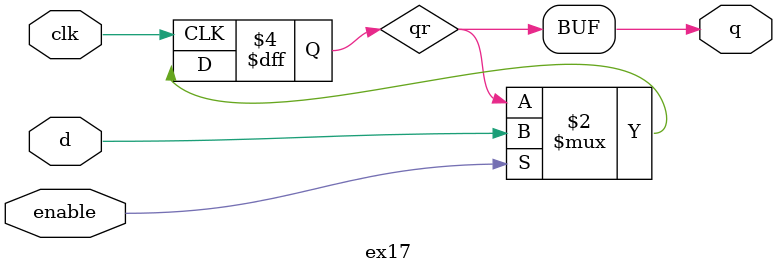
<source format=sv>
module ex17(
    output logic q,
    input logic enable,
    input logic clk,
    input logic d
);
    logic qr;

    always_ff @(posedge clk) begin
        if (enable)
            qr <= d;
    end

    assign q = qr;
endmodule

</source>
